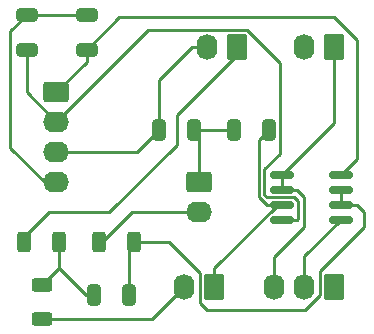
<source format=gbr>
%TF.GenerationSoftware,KiCad,Pcbnew,(6.0.1-0)*%
%TF.CreationDate,2023-07-04T07:10:58-04:00*%
%TF.ProjectId,Active Twin T,41637469-7665-4205-9477-696e20542e6b,rev?*%
%TF.SameCoordinates,Original*%
%TF.FileFunction,Copper,L1,Top*%
%TF.FilePolarity,Positive*%
%FSLAX46Y46*%
G04 Gerber Fmt 4.6, Leading zero omitted, Abs format (unit mm)*
G04 Created by KiCad (PCBNEW (6.0.1-0)) date 2023-07-04 07:10:58*
%MOMM*%
%LPD*%
G01*
G04 APERTURE LIST*
G04 Aperture macros list*
%AMRoundRect*
0 Rectangle with rounded corners*
0 $1 Rounding radius*
0 $2 $3 $4 $5 $6 $7 $8 $9 X,Y pos of 4 corners*
0 Add a 4 corners polygon primitive as box body*
4,1,4,$2,$3,$4,$5,$6,$7,$8,$9,$2,$3,0*
0 Add four circle primitives for the rounded corners*
1,1,$1+$1,$2,$3*
1,1,$1+$1,$4,$5*
1,1,$1+$1,$6,$7*
1,1,$1+$1,$8,$9*
0 Add four rect primitives between the rounded corners*
20,1,$1+$1,$2,$3,$4,$5,0*
20,1,$1+$1,$4,$5,$6,$7,0*
20,1,$1+$1,$6,$7,$8,$9,0*
20,1,$1+$1,$8,$9,$2,$3,0*%
G04 Aperture macros list end*
%TA.AperFunction,ComponentPad*%
%ADD10RoundRect,0.250000X0.620000X0.845000X-0.620000X0.845000X-0.620000X-0.845000X0.620000X-0.845000X0*%
%TD*%
%TA.AperFunction,ComponentPad*%
%ADD11O,1.740000X2.190000*%
%TD*%
%TA.AperFunction,SMDPad,CuDef*%
%ADD12RoundRect,0.250000X-0.625000X0.312500X-0.625000X-0.312500X0.625000X-0.312500X0.625000X0.312500X0*%
%TD*%
%TA.AperFunction,SMDPad,CuDef*%
%ADD13RoundRect,0.250000X-0.312500X-0.625000X0.312500X-0.625000X0.312500X0.625000X-0.312500X0.625000X0*%
%TD*%
%TA.AperFunction,SMDPad,CuDef*%
%ADD14RoundRect,0.250000X0.312500X0.625000X-0.312500X0.625000X-0.312500X-0.625000X0.312500X-0.625000X0*%
%TD*%
%TA.AperFunction,SMDPad,CuDef*%
%ADD15RoundRect,0.150000X-0.825000X-0.150000X0.825000X-0.150000X0.825000X0.150000X-0.825000X0.150000X0*%
%TD*%
%TA.AperFunction,ComponentPad*%
%ADD16O,2.190000X1.740000*%
%TD*%
%TA.AperFunction,ComponentPad*%
%ADD17RoundRect,0.250000X-0.845000X0.620000X-0.845000X-0.620000X0.845000X-0.620000X0.845000X0.620000X0*%
%TD*%
%TA.AperFunction,SMDPad,CuDef*%
%ADD18RoundRect,0.250000X0.325000X0.650000X-0.325000X0.650000X-0.325000X-0.650000X0.325000X-0.650000X0*%
%TD*%
%TA.AperFunction,SMDPad,CuDef*%
%ADD19RoundRect,0.250000X-0.325000X-0.650000X0.325000X-0.650000X0.325000X0.650000X-0.325000X0.650000X0*%
%TD*%
%TA.AperFunction,SMDPad,CuDef*%
%ADD20RoundRect,0.250000X0.650000X-0.325000X0.650000X0.325000X-0.650000X0.325000X-0.650000X-0.325000X0*%
%TD*%
%TA.AperFunction,Conductor*%
%ADD21C,0.250000*%
%TD*%
G04 APERTURE END LIST*
D10*
%TO.P,R6,1*%
%TO.N,Net-(C4-Pad2)*%
X138537000Y-131826000D03*
D11*
%TO.P,R6,2*%
%TO.N,Net-(R5-Pad2)*%
X135997000Y-131826000D03*
%TD*%
D12*
%TO.P,R5,2*%
%TO.N,Net-(R5-Pad2)*%
X123932000Y-134558500D03*
%TO.P,R5,1*%
%TO.N,Net-(C5-Pad2)*%
X123932000Y-131633500D03*
%TD*%
D13*
%TO.P,R4,2*%
%TO.N,Net-(C5-Pad2)*%
X125394500Y-128016000D03*
%TO.P,R4,1*%
%TO.N,Net-(R3-Pad1)*%
X122469500Y-128016000D03*
%TD*%
D14*
%TO.P,R2,2*%
%TO.N,Net-(R1-Pad2)*%
X128819500Y-128016000D03*
%TO.P,R2,1*%
%TO.N,Net-(C5-Pad1)*%
X131744500Y-128016000D03*
%TD*%
D15*
%TO.P,U1,1*%
%TO.N,/Out*%
X144317000Y-122301000D03*
%TO.P,U1,2,-*%
X144317000Y-123571000D03*
%TO.P,U1,3,+*%
%TO.N,Net-(C4-Pad2)*%
X144317000Y-124841000D03*
%TO.P,U1,4,V-*%
%TO.N,-15V*%
X144317000Y-126111000D03*
%TO.P,U1,5,+*%
%TO.N,Net-(RV1-Pad2)*%
X149267000Y-126111000D03*
%TO.P,U1,6,-*%
%TO.N,Net-(C5-Pad1)*%
X149267000Y-124841000D03*
%TO.P,U1,7*%
X149267000Y-123571000D03*
%TO.P,U1,8,V+*%
%TO.N,+15V*%
X149267000Y-122301000D03*
%TD*%
D11*
%TO.P,RV1,3,3*%
%TO.N,/Out*%
X143617000Y-131826000D03*
%TO.P,RV1,2,2*%
%TO.N,Net-(RV1-Pad2)*%
X146157000Y-131826000D03*
D10*
%TO.P,RV1,1,1*%
%TO.N,GND*%
X148697000Y-131826000D03*
%TD*%
D11*
%TO.P,R3,2*%
%TO.N,/In*%
X137902000Y-111486000D03*
D10*
%TO.P,R3,1*%
%TO.N,Net-(R3-Pad1)*%
X140442000Y-111486000D03*
%TD*%
D16*
%TO.P,R1,2*%
%TO.N,Net-(R1-Pad2)*%
X137267000Y-125476000D03*
D17*
%TO.P,R1,1*%
%TO.N,Net-(C3-Pad2)*%
X137267000Y-122936000D03*
%TD*%
D11*
%TO.P,J2,2,Pin_2*%
%TO.N,GND*%
X146157000Y-111486000D03*
D10*
%TO.P,J2,1,Pin_1*%
%TO.N,/Out*%
X148697000Y-111486000D03*
%TD*%
D16*
%TO.P,J1,4,Pin_4*%
%TO.N,GND*%
X125182000Y-122936000D03*
%TO.P,J1,3,Pin_3*%
%TO.N,/In*%
X125182000Y-120396000D03*
%TO.P,J1,2,Pin_2*%
%TO.N,-15V*%
X125182000Y-117856000D03*
D17*
%TO.P,J1,1,Pin_1*%
%TO.N,+15V*%
X125182000Y-115316000D03*
%TD*%
D18*
%TO.P,C5,1*%
%TO.N,Net-(C5-Pad1)*%
X131327000Y-132461000D03*
%TO.P,C5,2*%
%TO.N,Net-(C5-Pad2)*%
X128377000Y-132461000D03*
%TD*%
D19*
%TO.P,C4,2*%
%TO.N,Net-(C4-Pad2)*%
X143187000Y-118491000D03*
%TO.P,C4,1*%
%TO.N,Net-(C3-Pad2)*%
X140237000Y-118491000D03*
%TD*%
%TO.P,C3,2*%
%TO.N,Net-(C3-Pad2)*%
X136837000Y-118491000D03*
%TO.P,C3,1*%
%TO.N,/In*%
X133887000Y-118491000D03*
%TD*%
D20*
%TO.P,C2,2*%
%TO.N,GND*%
X122662000Y-108761000D03*
%TO.P,C2,1*%
%TO.N,-15V*%
X122662000Y-111711000D03*
%TD*%
%TO.P,C1,1*%
%TO.N,+15V*%
X127742000Y-111711000D03*
%TO.P,C1,2*%
%TO.N,GND*%
X127742000Y-108761000D03*
%TD*%
D21*
%TO.N,GND*%
X122662000Y-108761000D02*
X121285000Y-110138000D01*
X121285000Y-110138000D02*
X121285000Y-120015000D01*
X121285000Y-120015000D02*
X124206000Y-122936000D01*
X124206000Y-122936000D02*
X125182000Y-122936000D01*
X122662000Y-108761000D02*
X127742000Y-108761000D01*
%TO.N,-15V*%
X132971520Y-110066480D02*
X141299973Y-110066480D01*
X144086520Y-112853027D02*
X144086520Y-120561480D01*
X125182000Y-117856000D02*
X132971520Y-110066480D01*
X141299973Y-110066480D02*
X144086520Y-112853027D01*
X144086520Y-120561480D02*
X142796520Y-121851480D01*
X142796520Y-121851480D02*
X142796520Y-124019802D01*
X145522000Y-126111000D02*
X144317000Y-126111000D01*
X145616520Y-124494448D02*
X145616520Y-126016480D01*
X142796520Y-124019802D02*
X142993198Y-124216480D01*
X142993198Y-124216480D02*
X145338552Y-124216480D01*
X145338552Y-124216480D02*
X145616520Y-124494448D01*
X145616520Y-126016480D02*
X145522000Y-126111000D01*
%TO.N,Net-(C4-Pad2)*%
X143187000Y-118491000D02*
X142347000Y-119331000D01*
X142347000Y-119331000D02*
X142347000Y-124206000D01*
X142347000Y-124206000D02*
X142982000Y-124841000D01*
X142982000Y-124841000D02*
X144317000Y-124841000D01*
%TO.N,+15V*%
X127742000Y-111711000D02*
X130487000Y-108966000D01*
X150602000Y-120966000D02*
X149267000Y-122301000D01*
X130487000Y-108966000D02*
X148697000Y-108966000D01*
X148697000Y-108966000D02*
X150602000Y-110871000D01*
X150602000Y-110871000D02*
X150602000Y-120966000D01*
%TO.N,Net-(C5-Pad1)*%
X131744500Y-128016000D02*
X134731653Y-128016000D01*
X134731653Y-128016000D02*
X137342480Y-130626827D01*
X137342480Y-130626827D02*
X137342480Y-133171480D01*
X137342480Y-133171480D02*
X137902000Y-133731000D01*
X137902000Y-133731000D02*
X146232480Y-133731000D01*
X146232480Y-133731000D02*
X147502480Y-132461000D01*
X147502480Y-132461000D02*
X147502480Y-130480520D01*
X147502480Y-130480520D02*
X151237000Y-126746000D01*
X151237000Y-126746000D02*
X151237000Y-125476000D01*
X151237000Y-125476000D02*
X150602000Y-124841000D01*
X150602000Y-124841000D02*
X149267000Y-124841000D01*
%TO.N,+15V*%
X127742000Y-111711000D02*
X127742000Y-112756000D01*
X127742000Y-112756000D02*
X125182000Y-115316000D01*
%TO.N,-15V*%
X122662000Y-111711000D02*
X122662000Y-115336000D01*
X122662000Y-115336000D02*
X125182000Y-117856000D01*
%TO.N,Net-(C3-Pad2)*%
X136837000Y-118491000D02*
X140237000Y-118491000D01*
X137267000Y-122936000D02*
X137267000Y-118921000D01*
%TO.N,Net-(C4-Pad2)*%
X138537000Y-131826000D02*
X138537000Y-130244928D01*
X138537000Y-130244928D02*
X143940928Y-124841000D01*
%TO.N,/Out*%
X143617000Y-131826000D02*
X143617000Y-129286000D01*
X146157000Y-124206000D02*
X145522000Y-123571000D01*
X143617000Y-129286000D02*
X146157000Y-126746000D01*
X146157000Y-126746000D02*
X146157000Y-124206000D01*
X145522000Y-123571000D02*
X144317000Y-123571000D01*
%TO.N,Net-(RV1-Pad2)*%
X146157000Y-131826000D02*
X146157000Y-129221000D01*
X146157000Y-129221000D02*
X149267000Y-126111000D01*
%TO.N,Net-(C5-Pad1)*%
X149267000Y-123571000D02*
X149267000Y-124841000D01*
%TO.N,/Out*%
X144317000Y-123571000D02*
X144317000Y-122301000D01*
X148697000Y-111486000D02*
X148697000Y-117921000D01*
X148697000Y-117921000D02*
X144317000Y-122301000D01*
%TO.N,Net-(R3-Pad1)*%
X135362000Y-119761000D02*
X129647000Y-125476000D01*
X140442000Y-112131000D02*
X135362000Y-117211000D01*
X129647000Y-125476000D02*
X124567000Y-125476000D01*
X135362000Y-117211000D02*
X135362000Y-119761000D01*
X124567000Y-125476000D02*
X122469500Y-127573500D01*
%TO.N,Net-(R1-Pad2)*%
X129012000Y-128016000D02*
X131552000Y-125476000D01*
X131552000Y-125476000D02*
X137267000Y-125476000D01*
%TO.N,Net-(C5-Pad1)*%
X131327000Y-132461000D02*
X131327000Y-128433500D01*
%TO.N,Net-(C5-Pad2)*%
X128377000Y-132461000D02*
X127684500Y-132461000D01*
X127684500Y-132461000D02*
X125394500Y-130171000D01*
%TO.N,Net-(R5-Pad2)*%
X123932000Y-134558500D02*
X133264500Y-134558500D01*
X133264500Y-134558500D02*
X135997000Y-131826000D01*
%TO.N,Net-(C5-Pad2)*%
X125394500Y-128016000D02*
X125394500Y-130171000D01*
X125394500Y-130171000D02*
X123932000Y-131633500D01*
%TO.N,/In*%
X133887000Y-118491000D02*
X133887000Y-114251000D01*
X133887000Y-114251000D02*
X136652000Y-111486000D01*
X136652000Y-111486000D02*
X137902000Y-111486000D01*
X125182000Y-120396000D02*
X131982000Y-120396000D01*
X131982000Y-120396000D02*
X133887000Y-118491000D01*
%TD*%
M02*

</source>
